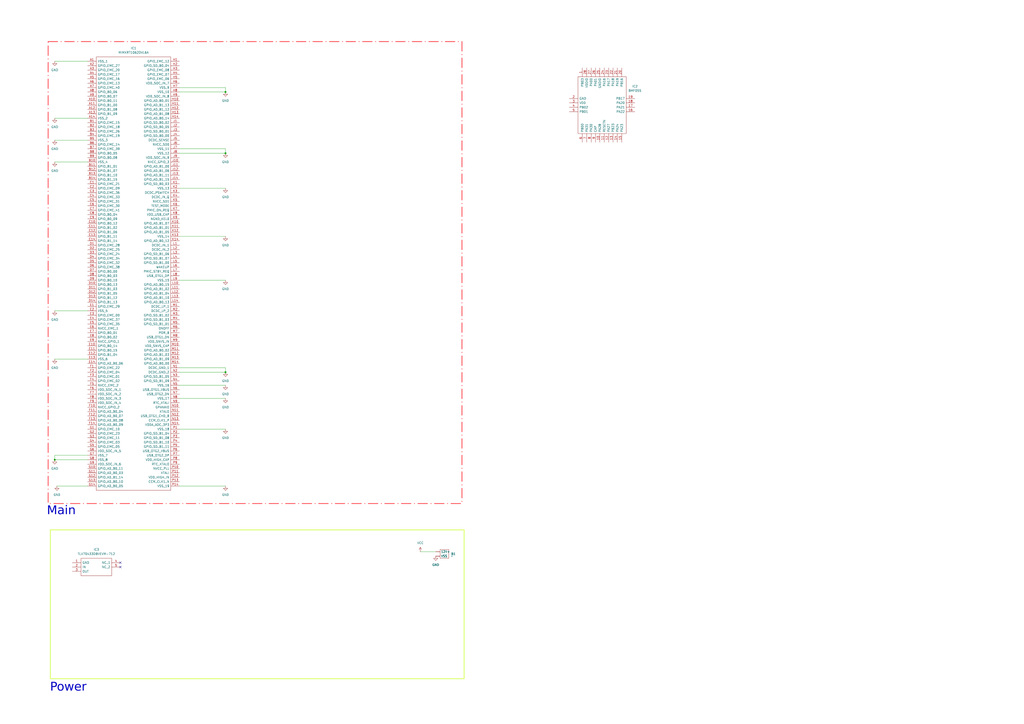
<source format=kicad_sch>
(kicad_sch (version 20250114) (generator "eeschema") (generator_version "9.0")
  (paper "A2")
  (title_block (title "SEIA - Small Exemplar Intergrated Avionics") (date "2025-02-13") (rev "Rev 0.1") (company "InLabs"))
  (lib_symbols
    (symbol "SEIA_SpecLib:BAT"
      (property "Reference" "B" (at 0 0 0))
      (symbol "BAT_0_1"
        (rectangle (start -1.27 6.35) (end 3.81 1.27))
      )
      (symbol "BAT_1_1"
        (pin output line (at -3.81 5.08 0) (length 2.54) (name "12V+") (number ""))
        (pin output line (at -3.81 2.54 0) (length 2.54) (name "VSS") (number ""))
      )
    )
    (symbol "SEIA_SpecLib:BMF055" (pin_names (offset 0.762))
      (property "Reference" "IC" (at 34.29 17.78 0))
      (property "Value" "BMF055" (at 34.29 15.24 0))
      (symbol "BMF055_0_0"
        (pin passive line (at -19.05 0 0) (length 5.08) (name "GND") (number "2"))
        (pin passive line (at -19.05 -2.54 0) (length 5.08) (name "VDD") (number "3"))
        (pin passive line (at -19.05 -5.08 0) (length 5.08) (name "PB02") (number "4"))
        (pin passive line (at -19.05 -7.62 0) (length 5.08) (name "PB01") (number "5"))
        (pin passive line (at -11.43 17.78 270) (length 5.08) (name "PB03") (number "1"))
        (pin passive line (at -11.43 -25.4 90) (length 5.08) (name "PB00") (number "6"))
        (pin passive line (at -8.89 17.78 270) (length 5.08) (name "VDDIO") (number "28"))
        (pin passive line (at -8.89 -25.4 90) (length 5.08) (name "PA31") (number "7"))
        (pin passive line (at -6.35 17.78 270) (length 5.08) (name "PA00") (number "27"))
        (pin passive line (at -6.35 -25.4 90) (length 5.08) (name "PA30") (number "8"))
        (pin passive line (at -3.81 17.78 270) (length 5.08) (name "PA01") (number "26"))
        (pin passive line (at -3.81 -25.4 90) (length 5.08) (name "CAP") (number "9"))
        (pin passive line (at -1.27 17.78 270) (length 5.08) (name "GNDIO") (number "25"))
        (pin passive line (at -1.27 -25.4 90) (length 5.08) (name "PA28") (number "10"))
        (pin passive line (at 1.27 17.78 270) (length 5.08) (name "PA16") (number "24"))
        (pin passive line (at 1.27 -25.4 90) (length 5.08) (name "RESETN") (number "11"))
        (pin passive line (at 3.81 17.78 270) (length 5.08) (name "PA17") (number "23"))
        (pin passive line (at 3.81 -25.4 90) (length 5.08) (name "PA27") (number "12"))
        (pin passive line (at 6.35 17.78 270) (length 5.08) (name "PA18") (number "22"))
        (pin passive line (at 6.35 -25.4 90) (length 5.08) (name "PB23") (number "13"))
        (pin passive line (at 8.89 17.78 270) (length 5.08) (name "PA19") (number "21"))
        (pin passive line (at 8.89 -25.4 90) (length 5.08) (name "PA24") (number "14"))
        (pin passive line (at 11.43 17.78 270) (length 5.08) (name "PB16") (number "20"))
        (pin passive line (at 11.43 -25.4 90) (length 5.08) (name "PA23") (number "15"))
        (pin passive line (at 19.05 0 180) (length 5.08) (name "PB17") (number "19"))
        (pin passive line (at 19.05 -2.54 180) (length 5.08) (name "PA20") (number "18"))
        (pin passive line (at 19.05 -5.08 180) (length 5.08) (name "PA21") (number "17"))
        (pin passive line (at 19.05 -7.62 180) (length 5.08) (name "PA22") (number "16"))
      )
      (symbol "BMF055_0_1"
        (polyline (pts (xy -13.97 12.7) (xy 13.97 12.7) (xy 13.97 -20.32) (xy -13.97 -20.32) (xy -13.97 12.7)) (stroke (width 0.1524)))
      )
    )
    (symbol "SEIA_SpecLib:MIMXRT1062DVL6A" (pin_names (offset 0.762))
      (property "Reference" "IC" (at 49.53 7.62 0))
      (property "Value" "MIMXRT1062DVL6A" (at 49.53 5.08 0))
      (symbol "MIMXRT1062DVL6A_0_0"
        (pin passive line (at 0 0 0) (length 5.08) (name "VSS_1") (number "A1"))
        (pin passive line (at 0 -2.54 0) (length 5.08) (name "GPIO_EMC_27") (number "A2"))
        (pin passive line (at 0 -5.08 0) (length 5.08) (name "GPIO_EMC_20") (number "A3"))
        (pin passive line (at 0 -7.62 0) (length 5.08) (name "GPIO_EMC_17") (number "A4"))
        (pin passive line (at 0 -10.16 0) (length 5.08) (name "GPIO_EMC_16") (number "A5"))
        (pin passive line (at 0 -12.7 0) (length 5.08) (name "GPIO_EMC_13") (number "A6"))
        (pin passive line (at 0 -15.24 0) (length 5.08) (name "GPIO_EMC_40") (number "A7"))
        (pin passive line (at 0 -17.78 0) (length 5.08) (name "GPIO_B0_06") (number "A8"))
        (pin passive line (at 0 -20.32 0) (length 5.08) (name "GPIO_B0_07") (number "A9"))
        (pin passive line (at 0 -22.86 0) (length 5.08) (name "GPIO_B0_11") (number "A10"))
        (pin passive line (at 0 -25.4 0) (length 5.08) (name "GPIO_B1_00") (number "A11"))
        (pin passive line (at 0 -27.94 0) (length 5.08) (name "GPIO_B1_08") (number "A12"))
        (pin passive line (at 0 -30.48 0) (length 5.08) (name "GPIO_B1_09") (number "A13"))
        (pin passive line (at 0 -33.02 0) (length 5.08) (name "VSS_2") (number "A14"))
        (pin passive line (at 0 -35.56 0) (length 5.08) (name "GPIO_EMC_15") (number "B1"))
        (pin passive line (at 0 -38.1 0) (length 5.08) (name "GPIO_EMC_18") (number "B2"))
        (pin passive line (at 0 -40.64 0) (length 5.08) (name "GPIO_EMC_26") (number "B3"))
        (pin passive line (at 0 -43.18 0) (length 5.08) (name "GPIO_EMC_19") (number "B4"))
        (pin passive line (at 0 -45.72 0) (length 5.08) (name "VSS_3") (number "B5"))
        (pin passive line (at 0 -48.26 0) (length 5.08) (name "GPIO_EMC_14") (number "B6"))
        (pin passive line (at 0 -50.8 0) (length 5.08) (name "GPIO_EMC_39") (number "B7"))
        (pin passive line (at 0 -53.34 0) (length 5.08) (name "GPIO_B0_05") (number "B8"))
        (pin passive line (at 0 -55.88 0) (length 5.08) (name "GPIO_B0_08") (number "B9"))
        (pin passive line (at 0 -58.42 0) (length 5.08) (name "VSS_4") (number "B10"))
        (pin passive line (at 0 -60.96 0) (length 5.08) (name "GPIO_B1_01") (number "B11"))
        (pin passive line (at 0 -63.5 0) (length 5.08) (name "GPIO_B1_07") (number "B12"))
        (pin passive line (at 0 -66.04 0) (length 5.08) (name "GPIO_B1_10") (number "B13"))
        (pin passive line (at 0 -68.58 0) (length 5.08) (name "GPIO_B1_15") (number "B14"))
        (pin passive line (at 0 -71.12 0) (length 5.08) (name "GPIO_EMC_21") (number "C1"))
        (pin passive line (at 0 -73.66 0) (length 5.08) (name "GPIO_EMC_09") (number "C2"))
        (pin passive line (at 0 -76.2 0) (length 5.08) (name "GPIO_EMC_36") (number "C3"))
        (pin passive line (at 0 -78.74 0) (length 5.08) (name "GPIO_EMC_33") (number "C4"))
        (pin passive line (at 0 -81.28 0) (length 5.08) (name "GPIO_EMC_31") (number "C5"))
        (pin passive line (at 0 -83.82 0) (length 5.08) (name "GPIO_EMC_30") (number "C6"))
        (pin passive line (at 0 -86.36 0) (length 5.08) (name "GPIO_EMC_41") (number "C7"))
        (pin passive line (at 0 -88.9 0) (length 5.08) (name "GPIO_B0_04") (number "C8"))
        (pin passive line (at 0 -91.44 0) (length 5.08) (name "GPIO_B0_09") (number "C9"))
        (pin passive line (at 0 -93.98 0) (length 5.08) (name "GPIO_B0_12") (number "C10"))
        (pin passive line (at 0 -96.52 0) (length 5.08) (name "GPIO_B1_02") (number "C11"))
        (pin passive line (at 0 -99.06 0) (length 5.08) (name "GPIO_B1_06") (number "C12"))
        (pin passive line (at 0 -101.6 0) (length 5.08) (name "GPIO_B1_11") (number "C13"))
        (pin passive line (at 0 -104.14 0) (length 5.08) (name "GPIO_B1_14") (number "C14"))
        (pin passive line (at 0 -106.68 0) (length 5.08) (name "GPIO_EMC_28") (number "D1"))
        (pin passive line (at 0 -109.22 0) (length 5.08) (name "GPIO_EMC_25") (number "D2"))
        (pin passive line (at 0 -111.76 0) (length 5.08) (name "GPIO_EMC_24") (number "D3"))
        (pin passive line (at 0 -114.3 0) (length 5.08) (name "GPIO_EMC_34") (number "D4"))
        (pin passive line (at 0 -116.84 0) (length 5.08) (name "GPIO_EMC_32") (number "D5"))
        (pin passive line (at 0 -119.38 0) (length 5.08) (name "GPIO_EMC_38") (number "D6"))
        (pin passive line (at 0 -121.92 0) (length 5.08) (name "GPIO_B0_00") (number "D7"))
        (pin passive line (at 0 -124.46 0) (length 5.08) (name "GPIO_B0_03") (number "D8"))
        (pin passive line (at 0 -127 0) (length 5.08) (name "GPIO_B0_10") (number "D9"))
        (pin passive line (at 0 -129.54 0) (length 5.08) (name "GPIO_B0_13") (number "D10"))
        (pin passive line (at 0 -132.08 0) (length 5.08) (name "GPIO_B1_03") (number "D11"))
        (pin passive line (at 0 -134.62 0) (length 5.08) (name "GPIO_B1_05") (number "D12"))
        (pin passive line (at 0 -137.16 0) (length 5.08) (name "GPIO_B1_12") (number "D13"))
        (pin passive line (at 0 -139.7 0) (length 5.08) (name "GPIO_B1_13") (number "D14"))
        (pin passive line (at 0 -142.24 0) (length 5.08) (name "GPIO_EMC_29") (number "E1"))
        (pin passive line (at 0 -144.78 0) (length 5.08) (name "VSS_5") (number "E2"))
        (pin passive line (at 0 -147.32 0) (length 5.08) (name "GPIO_EMC_00") (number "E3"))
        (pin passive line (at 0 -149.86 0) (length 5.08) (name "GPIO_EMC_37") (number "E4"))
        (pin passive line (at 0 -152.4 0) (length 5.08) (name "GPIO_EMC_35") (number "E5"))
        (pin passive line (at 0 -154.94 0) (length 5.08) (name "NVCC_EMC_1") (number "E6"))
        (pin passive line (at 0 -157.48 0) (length 5.08) (name "GPIO_B0_01") (number "E7"))
        (pin passive line (at 0 -160.02 0) (length 5.08) (name "GPIO_B0_02") (number "E8"))
        (pin passive line (at 0 -162.56 0) (length 5.08) (name "NVCC_GPIO_1") (number "E9"))
        (pin passive line (at 0 -165.1 0) (length 5.08) (name "GPIO_B0_14") (number "E10"))
        (pin passive line (at 0 -167.64 0) (length 5.08) (name "GPIO_B0_15") (number "E11"))
        (pin passive line (at 0 -170.18 0) (length 5.08) (name "GPIO_B1_04") (number "E12"))
        (pin passive line (at 0 -172.72 0) (length 5.08) (name "VSS_6") (number "E13"))
        (pin passive line (at 0 -175.26 0) (length 5.08) (name "GPIO_AD_B0_06") (number "E14"))
        (pin passive line (at 0 -177.8 0) (length 5.08) (name "GPIO_EMC_22") (number "F1"))
        (pin passive line (at 0 -180.34 0) (length 5.08) (name "GPIO_EMC_04") (number "F2"))
        (pin passive line (at 0 -182.88 0) (length 5.08) (name "GPIO_EMC_01") (number "F3"))
        (pin passive line (at 0 -185.42 0) (length 5.08) (name "GPIO_EMC_02") (number "F4"))
        (pin passive line (at 0 -187.96 0) (length 5.08) (name "NVCC_EMC_2") (number "F5"))
        (pin passive line (at 0 -190.5 0) (length 5.08) (name "VDD_SOC_IN_1") (number "F6"))
        (pin passive line (at 0 -193.04 0) (length 5.08) (name "VDD_SOC_IN_2") (number "F7"))
        (pin passive line (at 0 -195.58 0) (length 5.08) (name "VDD_SOC_IN_3") (number "F8"))
        (pin passive line (at 0 -198.12 0) (length 5.08) (name "VDD_SOC_IN_4") (number "F9"))
        (pin passive line (at 0 -200.66 0) (length 5.08) (name "NVCC_GPIO_2") (number "F10"))
        (pin passive line (at 0 -203.2 0) (length 5.08) (name "GPIO_AD_B0_04") (number "F11"))
        (pin passive line (at 0 -205.74 0) (length 5.08) (name "GPIO_AD_B0_07") (number "F12"))
        (pin passive line (at 0 -208.28 0) (length 5.08) (name "GPIO_AD_B0_08") (number "F13"))
        (pin passive line (at 0 -210.82 0) (length 5.08) (name "GPIO_AD_B0_09") (number "F14"))
        (pin passive line (at 0 -213.36 0) (length 5.08) (name "GPIO_EMC_10") (number "G1"))
        (pin passive line (at 0 -215.9 0) (length 5.08) (name "GPIO_EMC_23") (number "G2"))
        (pin passive line (at 0 -218.44 0) (length 5.08) (name "GPIO_EMC_11") (number "G3"))
        (pin passive line (at 0 -220.98 0) (length 5.08) (name "GPIO_EMC_03") (number "G4"))
        (pin passive line (at 0 -223.52 0) (length 5.08) (name "GPIO_EMC_05") (number "G5"))
        (pin passive line (at 0 -226.06 0) (length 5.08) (name "VDD_SOC_IN_5") (number "G6"))
        (pin passive line (at 0 -228.6 0) (length 5.08) (name "VSS_7") (number "G7"))
        (pin passive line (at 0 -231.14 0) (length 5.08) (name "VSS_8") (number "G8"))
        (pin passive line (at 0 -233.68 0) (length 5.08) (name "VDD_SOC_IN_6") (number "G9"))
        (pin passive line (at 0 -236.22 0) (length 5.08) (name "GPIO_AD_B0_11") (number "G10"))
        (pin passive line (at 0 -238.76 0) (length 5.08) (name "GPIO_AD_B0_03") (number "G11"))
        (pin passive line (at 0 -241.3 0) (length 5.08) (name "GPIO_AD_B1_14") (number "G12"))
        (pin passive line (at 0 -243.84 0) (length 5.08) (name "GPIO_AD_B0_10") (number "G13"))
        (pin passive line (at 0 -246.38 0) (length 5.08) (name "GPIO_AD_B0_05") (number "G14"))
        (pin passive line (at 53.34 0 180) (length 5.08) (name "GPIO_EMC_12") (number "H1"))
        (pin passive line (at 53.34 -2.54 180) (length 5.08) (name "GPIO_SD_B0_04") (number "H2"))
        (pin passive line (at 53.34 -5.08 180) (length 5.08) (name "GPIO_EMC_08") (number "H3"))
        (pin passive line (at 53.34 -7.62 180) (length 5.08) (name "GPIO_EMC_07") (number "H4"))
        (pin passive line (at 53.34 -10.16 180) (length 5.08) (name "GPIO_EMC_06") (number "H5"))
        (pin passive line (at 53.34 -12.7 180) (length 5.08) (name "VDD_SOC_IN_7") (number "H6"))
        (pin passive line (at 53.34 -15.24 180) (length 5.08) (name "VSS_9") (number "H7"))
        (pin passive line (at 53.34 -17.78 180) (length 5.08) (name "VSS_10") (number "H8"))
        (pin passive line (at 53.34 -20.32 180) (length 5.08) (name "VDD_SOC_IN_8") (number "H9"))
        (pin passive line (at 53.34 -22.86 180) (length 5.08) (name "GPIO_AD_B0_01") (number "H10"))
        (pin passive line (at 53.34 -25.4 180) (length 5.08) (name "GPIO_AD_B1_13") (number "H11"))
        (pin passive line (at 53.34 -27.94 180) (length 5.08) (name "GPIO_AD_B1_12") (number "H12"))
        (pin passive line (at 53.34 -30.48 180) (length 5.08) (name "GPIO_AD_B1_08") (number "H13"))
        (pin passive line (at 53.34 -33.02 180) (length 5.08) (name "GPIO_AD_B0_14") (number "H14"))
        (pin passive line (at 53.34 -35.56 180) (length 5.08) (name "GPIO_SD_B0_02") (number "J1"))
        (pin passive line (at 53.34 -38.1 180) (length 5.08) (name "GPIO_SD_B0_05") (number "J2"))
        (pin passive line (at 53.34 -40.64 180) (length 5.08) (name "GPIO_SD_B0_01") (number "J3"))
        (pin passive line (at 53.34 -43.18 180) (length 5.08) (name "GPIO_SD_B0_00") (number "J4"))
        (pin passive line (at 53.34 -45.72 180) (length 5.08) (name "DCDC_SENSE") (number "J5"))
        (pin passive line (at 53.34 -48.26 180) (length 5.08) (name "NVCC_SD0") (number "J6"))
        (pin passive line (at 53.34 -50.8 180) (length 5.08) (name "VSS_11") (number "J7"))
        (pin passive line (at 53.34 -53.34 180) (length 5.08) (name "VSS_12") (number "J8"))
        (pin passive line (at 53.34 -55.88 180) (length 5.08) (name "VDD_SOC_IN_9") (number "J9"))
        (pin passive line (at 53.34 -58.42 180) (length 5.08) (name "NVCC_GPIO_3") (number "J10"))
        (pin passive line (at 53.34 -60.96 180) (length 5.08) (name "GPIO_AD_B1_00") (number "J11"))
        (pin passive line (at 53.34 -63.5 180) (length 5.08) (name "GPIO_AD_B1_06") (number "J12"))
        (pin passive line (at 53.34 -66.04 180) (length 5.08) (name "GPIO_AD_B1_11") (number "J13"))
        (pin passive line (at 53.34 -68.58 180) (length 5.08) (name "GPIO_AD_B1_15") (number "J14"))
        (pin passive line (at 53.34 -71.12 180) (length 5.08) (name "GPIO_SD_B0_03") (number "K1"))
        (pin passive line (at 53.34 -73.66 180) (length 5.08) (name "VSS_13") (number "K2"))
        (pin passive line (at 53.34 -76.2 180) (length 5.08) (name "DCDC_PSWITCH") (number "K3"))
        (pin passive line (at 53.34 -78.74 180) (length 5.08) (name "DCDC_IN_Q") (number "K4"))
        (pin passive line (at 53.34 -81.28 180) (length 5.08) (name "NVCC_SD1") (number "K5"))
        (pin passive line (at 53.34 -83.82 180) (length 5.08) (name "TEST_MODE") (number "K6"))
        (pin passive line (at 53.34 -86.36 180) (length 5.08) (name "PMIC_ON_REQ") (number "K7"))
        (pin passive line (at 53.34 -88.9 180) (length 5.08) (name "VDD_USB_CAP") (number "K8"))
        (pin passive line (at 53.34 -91.44 180) (length 5.08) (name "NGND_KEL0") (number "K9"))
        (pin passive line (at 53.34 -93.98 180) (length 5.08) (name "GPIO_AD_B1_07") (number "K10"))
        (pin passive line (at 53.34 -96.52 180) (length 5.08) (name "GPIO_AD_B1_01") (number "K11"))
        (pin passive line (at 53.34 -99.06 180) (length 5.08) (name "GPIO_AD_B1_05") (number "K12"))
        (pin passive line (at 53.34 -101.6 180) (length 5.08) (name "VSS_14") (number "K13"))
        (pin passive line (at 53.34 -104.14 180) (length 5.08) (name "GPIO_AD_B0_12") (number "K14"))
        (pin passive line (at 53.34 -106.68 180) (length 5.08) (name "DCDC_IN_1") (number "L1"))
        (pin passive line (at 53.34 -109.22 180) (length 5.08) (name "DCDC_IN_2") (number "L2"))
        (pin passive line (at 53.34 -111.76 180) (length 5.08) (name "GPIO_SD_B1_06") (number "L3"))
        (pin passive line (at 53.34 -114.3 180) (length 5.08) (name "GPIO_SD_B1_07") (number "L4"))
        (pin passive line (at 53.34 -116.84 180) (length 5.08) (name "GPIO_SD_B1_00") (number "L5"))
        (pin passive line (at 53.34 -119.38 180) (length 5.08) (name "WAKEUP") (number "L6"))
        (pin passive line (at 53.34 -121.92 180) (length 5.08) (name "PMIC_STBY_REQ") (number "L7"))
        (pin passive line (at 53.34 -124.46 180) (length 5.08) (name "USB_OTG1_DP") (number "L8"))
        (pin passive line (at 53.34 -127 180) (length 5.08) (name "VSS_15") (number "L9"))
        (pin passive line (at 53.34 -129.54 180) (length 5.08) (name "GPIO_AD_B0_15") (number "L10"))
        (pin passive line (at 53.34 -132.08 180) (length 5.08) (name "GPIO_AD_B1_02") (number "L11"))
        (pin passive line (at 53.34 -134.62 180) (length 5.08) (name "GPIO_AD_B1_04") (number "L12"))
        (pin passive line (at 53.34 -137.16 180) (length 5.08) (name "GPIO_AD_B1_10") (number "L13"))
        (pin passive line (at 53.34 -139.7 180) (length 5.08) (name "GPIO_AD_B0_13") (number "L14"))
        (pin passive line (at 53.34 -142.24 180) (length 5.08) (name "DCDC_LP_1") (number "M1"))
        (pin passive line (at 53.34 -144.78 180) (length 5.08) (name "DCDC_LP_2") (number "M2"))
        (pin passive line (at 53.34 -147.32 180) (length 5.08) (name "GPIO_SD_B1_02") (number "M3"))
        (pin passive line (at 53.34 -149.86 180) (length 5.08) (name "GPIO_SD_B1_03") (number "M4"))
        (pin passive line (at 53.34 -152.4 180) (length 5.08) (name "GPIO_SD_B1_01") (number "M5"))
        (pin passive line (at 53.34 -154.94 180) (length 5.08) (name "ONOFF") (number "M6"))
        (pin passive line (at 53.34 -157.48 180) (length 5.08) (name "POR_B") (number "M7"))
        (pin passive line (at 53.34 -160.02 180) (length 5.08) (name "USB_OTG1_DN") (number "M8"))
        (pin passive line (at 53.34 -162.56 180) (length 5.08) (name "VDD_SNVS_IN") (number "M9"))
        (pin passive line (at 53.34 -165.1 180) (length 5.08) (name "VDD_SNVS_CAP") (number "M10"))
        (pin passive line (at 53.34 -167.64 180) (length 5.08) (name "GPIO_AD_B0_02") (number "M11"))
        (pin passive line (at 53.34 -170.18 180) (length 5.08) (name "GPIO_AD_B1_03") (number "M12"))
        (pin passive line (at 53.34 -172.72 180) (length 5.08) (name "GPIO_AD_B1_09") (number "M13"))
        (pin passive line (at 53.34 -175.26 180) (length 5.08) (name "GPIO_AD_B0_00") (number "M14"))
        (pin passive line (at 53.34 -177.8 180) (length 5.08) (name "DCDC_GND_1") (number "N1"))
        (pin passive line (at 53.34 -180.34 180) (length 5.08) (name "DCDC_GND_2") (number "N2"))
        (pin passive line (at 53.34 -182.88 180) (length 5.08) (name "GPIO_SD_B1_05") (number "N3"))
        (pin passive line (at 53.34 -185.42 180) (length 5.08) (name "GPIO_SD_B1_09") (number "N4"))
        (pin passive line (at 53.34 -187.96 180) (length 5.08) (name "VSS_16") (number "N5"))
        (pin passive line (at 53.34 -190.5 180) (length 5.08) (name "USB_OTG1_VBUS") (number "N6"))
        (pin passive line (at 53.34 -193.04 180) (length 5.08) (name "USB_OTG2_DN") (number "N7"))
        (pin passive line (at 53.34 -195.58 180) (length 5.08) (name "VSS_17") (number "N8"))
        (pin passive line (at 53.34 -198.12 180) (length 5.08) (name "RTC_XTALI") (number "N9"))
        (pin passive line (at 53.34 -200.66 180) (length 5.08) (name "GPANAIO") (number "N10"))
        (pin passive line (at 53.34 -203.2 180) (length 5.08) (name "XTALO") (number "N11"))
        (pin passive line (at 53.34 -205.74 180) (length 5.08) (name "USB_OTG1_CHD_B") (number "N12"))
        (pin passive line (at 53.34 -208.28 180) (length 5.08) (name "CCM_CLK1_P") (number "N13"))
        (pin passive line (at 53.34 -210.82 180) (length 5.08) (name "VDDA_ADC_3P3") (number "N14"))
        (pin passive line (at 53.34 -213.36 180) (length 5.08) (name "VSS_18") (number "P1"))
        (pin passive line (at 53.34 -215.9 180) (length 5.08) (name "GPIO_SD_B1_04") (number "P2"))
        (pin passive line (at 53.34 -218.44 180) (length 5.08) (name "GPIO_SD_B1_08") (number "P3"))
        (pin passive line (at 53.34 -220.98 180) (length 5.08) (name "GPIO_SD_B1_10") (number "P4"))
        (pin passive line (at 53.34 -223.52 180) (length 5.08) (name "GPIO_SD_B1_11") (number "P5"))
        (pin passive line (at 53.34 -226.06 180) (length 5.08) (name "USB_OTG2_VBUS") (number "P6"))
        (pin passive line (at 53.34 -228.6 180) (length 5.08) (name "USB_OTG2_DP") (number "P7"))
        (pin passive line (at 53.34 -231.14 180) (length 5.08) (name "VDD_HIGH_CAP") (number "P8"))
        (pin passive line (at 53.34 -233.68 180) (length 5.08) (name "RTC_XTALO") (number "P9"))
        (pin passive line (at 53.34 -236.22 180) (length 5.08) (name "NVCC_PLL") (number "P10"))
        (pin passive line (at 53.34 -238.76 180) (length 5.08) (name "XTALI") (number "P11"))
        (pin passive line (at 53.34 -241.3 180) (length 5.08) (name "VDD_HIGH_IN") (number "P12"))
        (pin passive line (at 53.34 -243.84 180) (length 5.08) (name "CCM_CLK1_N") (number "P13"))
        (pin passive line (at 53.34 -246.38 180) (length 5.08) (name "VSS_19") (number "P14"))
      )
      (symbol "MIMXRT1062DVL6A_0_1"
        (polyline (pts (xy 5.08 2.54) (xy 48.26 2.54) (xy 48.26 -248.92) (xy 5.08 -248.92) (xy 5.08 2.54)) (stroke (width 0.1524)))
      )
    )
    (symbol "SEIA_SpecLib:TLV70433DBVEVM-712" (pin_names (offset 0.762))
      (property "Reference" "IC" (at 24.13 7.62 0))
      (property "Value" "TLV70433DBVEVM-712" (at 24.13 5.08 0))
      (symbol "TLV70433DBVEVM-712_0_0"
        (pin passive line (at 0 0 0) (length 5.08) (name "GND") (number "1"))
        (pin passive line (at 0 -2.54 0) (length 5.08) (name "IN") (number "2"))
        (pin passive line (at 0 -5.08 0) (length 5.08) (name "OUT") (number "3"))
        (pin passive line (at 27.94 0 180) (length 5.08) (name "NC_1") (number "4"))
        (pin passive line (at 27.94 -2.54 180) (length 5.08) (name "NC_2") (number "5"))
      )
      (symbol "TLV70433DBVEVM-712_0_1"
        (polyline (pts (xy 5.08 2.54) (xy 22.86 2.54) (xy 22.86 -7.62) (xy 5.08 -7.62) (xy 5.08 2.54)) (stroke (width 0.1524)))
      )
    )
    (symbol "power:GND" (power) (pin_numbers (hide yes)) (pin_names (offset 0) (hide yes))
      (property "Value" "GND" (at 0 -3.81 0))
      (symbol "GND_0_1"
        (polyline (pts (xy 0 0) (xy 0 -1.27) (xy 1.27 -1.27) (xy 0 -2.54) (xy -1.27 -1.27) (xy 0 -1.27)))
      )
      (symbol "GND_1_1"
        (pin power_in line (at 0 0 270) (length 0) (name "~") (number "1"))
      )
    )
    (symbol "power:VCC" (power) (pin_numbers (hide yes)) (pin_names (offset 0) (hide yes))
      (property "Value" "VCC" (at 0 3.556 0))
      (symbol "VCC_0_1"
        (polyline (pts (xy -0.762 1.27) (xy 0 2.54)))
        (polyline (pts (xy 0 2.54) (xy 0.762 1.27)))
        (polyline (pts (xy 0 0) (xy 0 2.54)))
      )
      (symbol "VCC_1_1"
        (pin power_in line (at 0 0 90) (length 0) (name "~") (number "1"))
      )
    )
  )
  (rectangle (start 29.21 307.34) (end 269.24 393.7) (stroke (width 0.5) (color 215 255 101 1)))
  (rectangle (start 27.94 24.13) (end 267.97 292.1) (stroke (width 0.5) (type dash_dot) (color 255 83 89 1)))
  (text "Power" (at 39.624 400.05 0) (effects (font (size 5 5))))
  (text "Main" (at 35.56 297.688 0) (effects (font (size 5 5))))
  (junction (at 130.81 53.34))
  (junction (at 130.81 215.9))
  (junction (at 31.75 266.7))
  (junction (at 130.81 88.9))
  (no_connect (at 69.85 328.93))
  (no_connect (at 69.85 326.39))
  (wire (pts (xy 31.75 35.56) (xy 50.8 35.56)))
  (wire (pts (xy 104.14 88.9) (xy 130.81 88.9)))
  (wire (pts (xy 104.14 248.92) (xy 130.81 248.92)))
  (wire (pts (xy 130.81 86.36) (xy 130.81 88.9)))
  (wire (pts (xy 104.14 231.14) (xy 130.81 231.14)))
  (wire (pts (xy 104.14 215.9) (xy 130.81 215.9)))
  (wire (pts (xy 104.14 50.8) (xy 130.81 50.8)))
  (wire (pts (xy 104.14 223.52) (xy 130.81 223.52)))
  (wire (pts (xy 33.02 281.94) (xy 50.8 281.94)))
  (wire (pts (xy 104.14 109.22) (xy 130.81 109.22)))
  (wire (pts (xy 104.14 281.94) (xy 130.81 281.94)))
  (wire (pts (xy 104.14 137.16) (xy 130.81 137.16)))
  (wire (pts (xy 104.14 53.34) (xy 130.81 53.34)))
  (wire (pts (xy 31.75 208.28) (xy 50.8 208.28)))
  (wire (pts (xy 130.81 50.8) (xy 130.81 53.34)))
  (wire (pts (xy 31.75 180.34) (xy 50.8 180.34)))
  (wire (pts (xy 243.84 320.04) (xy 252.73 320.04)))
  (wire (pts (xy 31.75 264.16) (xy 50.8 264.16)))
  (wire (pts (xy 31.75 81.28) (xy 50.8 81.28)))
  (wire (pts (xy 31.75 266.7) (xy 50.8 266.7)))
  (wire (pts (xy 130.81 213.36) (xy 130.81 215.9)))
  (wire (pts (xy 31.75 68.58) (xy 50.8 68.58)))
  (wire (pts (xy 104.14 213.36) (xy 130.81 213.36)))
  (wire (pts (xy 31.75 266.7) (xy 31.75 264.16)))
  (wire (pts (xy 104.14 86.36) (xy 130.81 86.36)))
  (wire (pts (xy 31.75 93.98) (xy 50.8 93.98)))
  (wire (pts (xy 104.14 162.56) (xy 130.81 162.56)))
  (symbol (lib_id "SEIA_SpecLib:MIMXRT1062DVL6A") (at 50.8 35.56 0) (unit 1)
    (property "Reference" "IC1" (at 77.47 27.94 0))
    (property "Value" "MIMXRT1062DVL6A" (at 77.47 30.48 0))
    (property "Footprint" "BGA196C65P14X14_1000X1000X143" (effects (hide yes)))
    (property "Datasheet" "http://www.nxp.com/docs/en/nxp/data-sheets/IMXRT1060CEC.pdf" (effects (hide yes)))
    (property "Description" "NXP - MIMXRT1062DVL6A - MPU, 32BIT, 600MHZ, MAPBGA-196" (effects (hide yes)))
    (property "Description_1" "NXP - MIMXRT1062DVL6A - MPU, 32BIT, 600MHZ, MAPBGA-196" (effects (hide yes)))
    (property "Height" "1.43" (effects (hide yes)))
    (property "Manufacturer_Name" "NXP" (effects (hide yes)))
    (property "Manufacturer_Part_Number" "MIMXRT1062DVL6A" (effects (hide yes)))
    (property "Mouser Part Number" "771-MIMXRT1062DVL6A" (effects (hide yes)))
    (property "Mouser Price/Stock" "https://www.mouser.co.uk/ProductDetail/NXP-Semiconductors/MIMXRT1062DVL6A?qs=w%2Fv1CP2dgqqmpLQ0BMEHLw%3D%3D" (effects (hide yes)))
    (property "Arrow Part Number" "MIMXRT1062DVL6A" (effects (hide yes)))
    (property "Arrow Price/Stock" "https://www.arrow.com/en/products/mimxrt1062dvl6a/nxp-semiconductors" (effects (hide yes)))
  )
  (symbol (lib_id "power:GND") (at 130.81 223.52 0) (unit 1)
    (property "Reference" "#PWR013" (effects (hide yes)))
    (property "Value" "GND" (at 130.81 228.6 0))
    (property "Description" "Power symbol creates a global label with name \"GND\" , ground" (effects (hide yes)))
  )
  (symbol (lib_id "power:GND") (at 31.75 81.28 0) (unit 1)
    (property "Reference" "#PWR03" (effects (hide yes)))
    (property "Value" "GND" (at 31.75 86.36 0))
    (property "Description" "Power symbol creates a global label with name \"GND\" , ground" (effects (hide yes)))
  )
  (symbol (lib_id "power:GND") (at 130.81 88.9 0) (unit 1)
    (property "Reference" "#PWR017" (effects (hide yes)))
    (property "Value" "GND" (at 130.81 93.98 0))
    (property "Description" "Power symbol creates a global label with name \"GND\" , ground" (effects (hide yes)))
  )
  (symbol (lib_id "power:GND") (at 130.81 109.22 0) (unit 1)
    (property "Reference" "#PWR016" (effects (hide yes)))
    (property "Value" "GND" (at 130.81 114.3 0))
    (property "Description" "Power symbol creates a global label with name \"GND\" , ground" (effects (hide yes)))
  )
  (symbol (lib_id "power:VCC") (at 243.84 320.04 0) (unit 1)
    (property "Reference" "#PWR019" (effects (hide yes)))
    (property "Value" "VCC" (at 243.84 314.96 0))
    (property "Description" "Power symbol creates a global label with name \"VCC\"" (effects (hide yes)))
  )
  (symbol (lib_id "power:GND") (at 33.02 281.94 0) (unit 1)
    (property "Reference" "#PWR010" (effects (hide yes)))
    (property "Value" "GND" (at 33.02 287.02 0))
    (property "Description" "Power symbol creates a global label with name \"GND\" , ground" (effects (hide yes)))
  )
  (symbol (lib_id "power:GND") (at 130.81 137.16 0) (unit 1)
    (property "Reference" "#PWR015" (effects (hide yes)))
    (property "Value" "GND" (at 130.81 142.24 0))
    (property "Description" "Power symbol creates a global label with name \"GND\" , ground" (effects (hide yes)))
  )
  (symbol (lib_id "SEIA_SpecLib:TLV70433DBVEVM-712") (at 41.91 326.39 0) (unit 1)
    (property "Reference" "IC3" (at 55.88 318.77 0))
    (property "Value" "TLV70433DBVEVM-712" (at 55.88 321.31 0))
    (property "Footprint" "SOT95P280X145-5N" (effects (hide yes)))
    (property "Datasheet" "https://componentsearchengine.com/Datasheets/5/TLV70433DBVEVM-712.pdf" (effects (hide yes)))
    (property "Description" "TEXAS INSTRUMENTS - TLV70433DBVEVM-712 - EVALUATION BOARD, 3.3V, 150mA LDO VOLTAGE REGULATOR" (effects (hide yes)))
    (property "Description_1" "TEXAS INSTRUMENTS - TLV70433DBVEVM-712 - EVALUATION BOARD, 3.3V, 150mA LDO VOLTAGE REGULATOR" (effects (hide yes)))
    (property "Height" "1.45" (effects (hide yes)))
    (property "Manufacturer_Name" "Texas Instruments" (effects (hide yes)))
    (property "Manufacturer_Part_Number" "TLV70433DBVEVM-712" (effects (hide yes)))
    (property "Mouser Part Number" "595-LV70433DBVEVM712" (effects (hide yes)))
    (property "Mouser Price/Stock" "https://www.mouser.co.uk/ProductDetail/Texas-Instruments/TLV70433DBVEVM-712?qs=TeC8nwD7mVofZYBqOoN1WA%3D%3D" (effects (hide yes)))
    (property "Arrow Part Number" "TLV70433DBVEVM-712" (effects (hide yes)))
    (property "Arrow Price/Stock" "null?region=nac" (effects (hide yes)))
  )
  (symbol (lib_id "power:GND") (at 31.75 266.7 0) (unit 1)
    (property "Reference" "#PWR07" (effects (hide yes)))
    (property "Value" "GND" (at 31.75 271.78 0))
    (property "Description" "Power symbol creates a global label with name \"GND\" , ground" (effects (hide yes)))
  )
  (symbol (lib_id "power:GND") (at 130.81 281.94 0) (unit 1)
    (property "Reference" "#PWR08" (effects (hide yes)))
    (property "Value" "GND" (at 130.81 287.02 0))
    (property "Description" "Power symbol creates a global label with name \"GND\" , ground" (effects (hide yes)))
  )
  (symbol (lib_id "power:GND") (at 130.81 53.34 0) (unit 1)
    (property "Reference" "#PWR018" (effects (hide yes)))
    (property "Value" "GND" (at 130.81 58.42 0))
    (property "Description" "Power symbol creates a global label with name \"GND\" , ground" (effects (hide yes)))
  )
  (symbol (lib_id "power:GND") (at 130.81 215.9 0) (unit 1)
    (property "Reference" "#PWR012" (effects (hide yes)))
    (property "Value" "GND" (at 130.81 220.98 0))
    (property "Description" "Power symbol creates a global label with name \"GND\" , ground" (effects (hide yes)))
  )
  (symbol (lib_id "power:GND") (at 31.75 93.98 0) (unit 1)
    (property "Reference" "#PWR04" (effects (hide yes)))
    (property "Value" "GND" (at 31.75 99.06 0))
    (property "Description" "Power symbol creates a global label with name \"GND\" , ground" (effects (hide yes)))
  )
  (symbol (lib_id "power:GND") (at 130.81 162.56 0) (unit 1)
    (property "Reference" "#PWR014" (effects (hide yes)))
    (property "Value" "GND" (at 130.81 167.64 0))
    (property "Description" "Power symbol creates a global label with name \"GND\" , ground" (effects (hide yes)))
  )
  (symbol (lib_id "power:GND") (at 130.81 248.92 0) (unit 1)
    (property "Reference" "#PWR09" (effects (hide yes)))
    (property "Value" "GND" (at 130.81 254 0))
    (property "Description" "Power symbol creates a global label with name \"GND\" , ground" (effects (hide yes)))
  )
  (symbol (lib_id "power:GND") (at 31.75 68.58 0) (unit 1)
    (property "Reference" "#PWR02" (effects (hide yes)))
    (property "Value" "GND" (at 31.75 73.66 0))
    (property "Description" "Power symbol creates a global label with name \"GND\" , ground" (effects (hide yes)))
  )
  (symbol (lib_id "power:GND") (at 31.75 35.56 0) (unit 1)
    (property "Reference" "#PWR01" (effects (hide yes)))
    (property "Value" "GND" (at 31.75 40.64 0))
    (property "Description" "Power symbol creates a global label with name \"GND\" , ground" (effects (hide yes)))
  )
  (symbol (lib_id "SEIA_SpecLib:BMF055") (at 349.25 57.15 0) (unit 1)
    (property "Reference" "IC2" (at 368.3 50.0543 0))
    (property "Value" "BMF055" (at 368.3 52.5943 0))
    (property "Footprint" "BMF055" (effects (hide yes)))
    (property "Datasheet" "https://ae-bst.resource.bosch.com/media/_tech/media/datasheets/BST-BMF055-DS000.pdf" (effects (hide yes)))
    (property "Description" "IMUs - Inertial Measurement Units Absolute Orientation Empty 9-Axis Sensor" (effects (hide yes)))
    (property "Description_1" "IMUs - Inertial Measurement Units Absolute Orientation Empty 9-Axis Sensor" (effects (hide yes)))
    (property "Height" "1.18" (effects (hide yes)))
    (property "Manufacturer_Name" "BOSCH" (effects (hide yes)))
    (property "Manufacturer_Part_Number" "BMF055" (effects (hide yes)))
    (property "Mouser Part Number" "262-BMF055" (effects (hide yes)))
    (property "Mouser Price/Stock" "https://www.mouser.co.uk/ProductDetail/Bosch-Sensortec/BMF055?qs=1GAP6L74MtSGtRSN3WO7Hg%3D%3D" (effects (hide yes)))
    (property "Arrow Part Number" "BMF055" (effects (hide yes)))
    (property "Arrow Price/Stock" "https://www.arrow.com/en/products/bmf055/bosch" (effects (hide yes)))
  )
  (symbol (lib_id "power:GND") (at 31.75 208.28 0) (unit 1)
    (property "Reference" "#PWR06" (effects (hide yes)))
    (property "Value" "GND" (at 31.75 213.36 0))
    (property "Description" "Power symbol creates a global label with name \"GND\" , ground" (effects (hide yes)))
  )
  (symbol (lib_id "SEIA_SpecLib:BAT") (at 256.54 325.12 0) (unit 1)
    (property "Reference" "B1" (at 261.62 321.3099 0) (effects (justify left)))
    (property "Value" "~" (at 261.62 322.58 0) (effects (justify left)))
  )
  (symbol (lib_id "power:GND") (at 252.73 322.58 0) (unit 1)
    (property "Reference" "#PWR020" (effects (hide yes)))
    (property "Value" "GND" (at 252.73 327.66 0))
    (property "Description" "Power symbol creates a global label with name \"GND\" , ground" (effects (hide yes)))
  )
  (symbol (lib_id "power:GND") (at 31.75 180.34 0) (unit 1)
    (property "Reference" "#PWR05" (effects (hide yes)))
    (property "Value" "GND" (at 31.75 185.42 0))
    (property "Description" "Power symbol creates a global label with name \"GND\" , ground" (effects (hide yes)))
  )
  (symbol (lib_id "power:GND") (at 130.81 231.14 0) (unit 1)
    (property "Reference" "#PWR011" (effects (hide yes)))
    (property "Value" "GND" (at 130.81 236.22 0))
    (property "Description" "Power symbol creates a global label with name \"GND\" , ground" (effects (hide yes)))
  )
)
</source>
